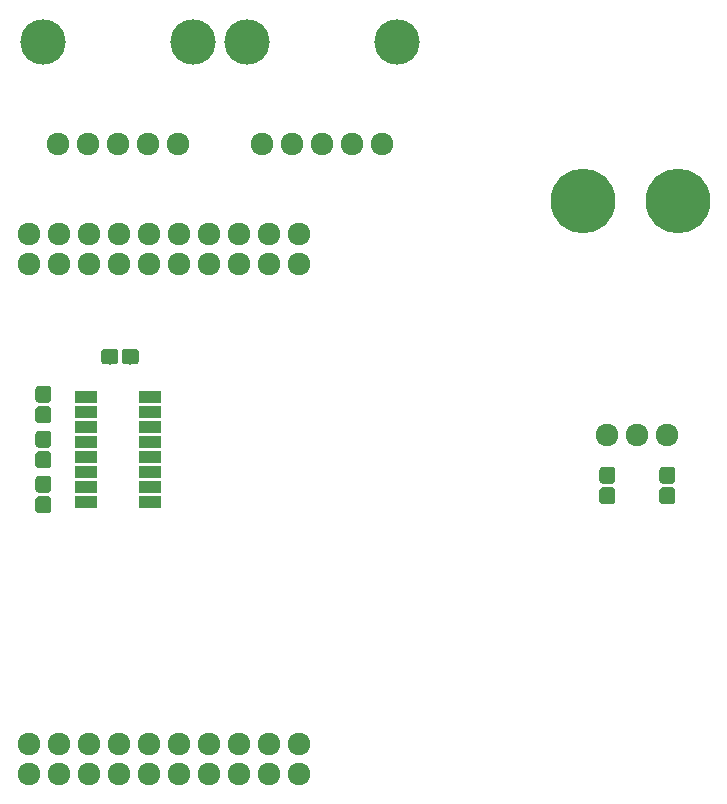
<source format=gbr>
G04 #@! TF.GenerationSoftware,KiCad,Pcbnew,(5.0.0)*
G04 #@! TF.CreationDate,2018-10-03T21:50:45-05:00*
G04 #@! TF.ProjectId,DriveBoard_Hardware,4472697665426F6172645F4861726477,rev?*
G04 #@! TF.SameCoordinates,Original*
G04 #@! TF.FileFunction,Soldermask,Top*
G04 #@! TF.FilePolarity,Negative*
%FSLAX46Y46*%
G04 Gerber Fmt 4.6, Leading zero omitted, Abs format (unit mm)*
G04 Created by KiCad (PCBNEW (5.0.0)) date 10/03/18 21:50:45*
%MOMM*%
%LPD*%
G01*
G04 APERTURE LIST*
%ADD10C,0.100000*%
%ADD11C,1.350000*%
%ADD12C,5.480000*%
%ADD13C,1.924000*%
%ADD14C,3.850000*%
%ADD15C,1.920000*%
%ADD16R,1.900000X1.000000*%
G04 APERTURE END LIST*
D10*
G04 #@! TO.C,C3*
G36*
X134990581Y-111939625D02*
X135023343Y-111944485D01*
X135055471Y-111952533D01*
X135086656Y-111963691D01*
X135116596Y-111977852D01*
X135145005Y-111994879D01*
X135171608Y-112014609D01*
X135196149Y-112036851D01*
X135218391Y-112061392D01*
X135238121Y-112087995D01*
X135255148Y-112116404D01*
X135269309Y-112146344D01*
X135280467Y-112177529D01*
X135288515Y-112209657D01*
X135293375Y-112242419D01*
X135295000Y-112275500D01*
X135295000Y-113050500D01*
X135293375Y-113083581D01*
X135288515Y-113116343D01*
X135280467Y-113148471D01*
X135269309Y-113179656D01*
X135255148Y-113209596D01*
X135238121Y-113238005D01*
X135218391Y-113264608D01*
X135196149Y-113289149D01*
X135171608Y-113311391D01*
X135145005Y-113331121D01*
X135116596Y-113348148D01*
X135086656Y-113362309D01*
X135055471Y-113373467D01*
X135023343Y-113381515D01*
X134990581Y-113386375D01*
X134957500Y-113388000D01*
X134282500Y-113388000D01*
X134249419Y-113386375D01*
X134216657Y-113381515D01*
X134184529Y-113373467D01*
X134153344Y-113362309D01*
X134123404Y-113348148D01*
X134094995Y-113331121D01*
X134068392Y-113311391D01*
X134043851Y-113289149D01*
X134021609Y-113264608D01*
X134001879Y-113238005D01*
X133984852Y-113209596D01*
X133970691Y-113179656D01*
X133959533Y-113148471D01*
X133951485Y-113116343D01*
X133946625Y-113083581D01*
X133945000Y-113050500D01*
X133945000Y-112275500D01*
X133946625Y-112242419D01*
X133951485Y-112209657D01*
X133959533Y-112177529D01*
X133970691Y-112146344D01*
X133984852Y-112116404D01*
X134001879Y-112087995D01*
X134021609Y-112061392D01*
X134043851Y-112036851D01*
X134068392Y-112014609D01*
X134094995Y-111994879D01*
X134123404Y-111977852D01*
X134153344Y-111963691D01*
X134184529Y-111952533D01*
X134216657Y-111944485D01*
X134249419Y-111939625D01*
X134282500Y-111938000D01*
X134957500Y-111938000D01*
X134990581Y-111939625D01*
X134990581Y-111939625D01*
G37*
D11*
X134620000Y-112663000D03*
D10*
G36*
X134990581Y-113689625D02*
X135023343Y-113694485D01*
X135055471Y-113702533D01*
X135086656Y-113713691D01*
X135116596Y-113727852D01*
X135145005Y-113744879D01*
X135171608Y-113764609D01*
X135196149Y-113786851D01*
X135218391Y-113811392D01*
X135238121Y-113837995D01*
X135255148Y-113866404D01*
X135269309Y-113896344D01*
X135280467Y-113927529D01*
X135288515Y-113959657D01*
X135293375Y-113992419D01*
X135295000Y-114025500D01*
X135295000Y-114800500D01*
X135293375Y-114833581D01*
X135288515Y-114866343D01*
X135280467Y-114898471D01*
X135269309Y-114929656D01*
X135255148Y-114959596D01*
X135238121Y-114988005D01*
X135218391Y-115014608D01*
X135196149Y-115039149D01*
X135171608Y-115061391D01*
X135145005Y-115081121D01*
X135116596Y-115098148D01*
X135086656Y-115112309D01*
X135055471Y-115123467D01*
X135023343Y-115131515D01*
X134990581Y-115136375D01*
X134957500Y-115138000D01*
X134282500Y-115138000D01*
X134249419Y-115136375D01*
X134216657Y-115131515D01*
X134184529Y-115123467D01*
X134153344Y-115112309D01*
X134123404Y-115098148D01*
X134094995Y-115081121D01*
X134068392Y-115061391D01*
X134043851Y-115039149D01*
X134021609Y-115014608D01*
X134001879Y-114988005D01*
X133984852Y-114959596D01*
X133970691Y-114929656D01*
X133959533Y-114898471D01*
X133951485Y-114866343D01*
X133946625Y-114833581D01*
X133945000Y-114800500D01*
X133945000Y-114025500D01*
X133946625Y-113992419D01*
X133951485Y-113959657D01*
X133959533Y-113927529D01*
X133970691Y-113896344D01*
X133984852Y-113866404D01*
X134001879Y-113837995D01*
X134021609Y-113811392D01*
X134043851Y-113786851D01*
X134068392Y-113764609D01*
X134094995Y-113744879D01*
X134123404Y-113727852D01*
X134153344Y-113713691D01*
X134184529Y-113702533D01*
X134216657Y-113694485D01*
X134249419Y-113689625D01*
X134282500Y-113688000D01*
X134957500Y-113688000D01*
X134990581Y-113689625D01*
X134990581Y-113689625D01*
G37*
D11*
X134620000Y-114413000D03*
G04 #@! TD*
D10*
G04 #@! TO.C,C1*
G36*
X87824581Y-101942625D02*
X87857343Y-101947485D01*
X87889471Y-101955533D01*
X87920656Y-101966691D01*
X87950596Y-101980852D01*
X87979005Y-101997879D01*
X88005608Y-102017609D01*
X88030149Y-102039851D01*
X88052391Y-102064392D01*
X88072121Y-102090995D01*
X88089148Y-102119404D01*
X88103309Y-102149344D01*
X88114467Y-102180529D01*
X88122515Y-102212657D01*
X88127375Y-102245419D01*
X88129000Y-102278500D01*
X88129000Y-102953500D01*
X88127375Y-102986581D01*
X88122515Y-103019343D01*
X88114467Y-103051471D01*
X88103309Y-103082656D01*
X88089148Y-103112596D01*
X88072121Y-103141005D01*
X88052391Y-103167608D01*
X88030149Y-103192149D01*
X88005608Y-103214391D01*
X87979005Y-103234121D01*
X87950596Y-103251148D01*
X87920656Y-103265309D01*
X87889471Y-103276467D01*
X87857343Y-103284515D01*
X87824581Y-103289375D01*
X87791500Y-103291000D01*
X87016500Y-103291000D01*
X86983419Y-103289375D01*
X86950657Y-103284515D01*
X86918529Y-103276467D01*
X86887344Y-103265309D01*
X86857404Y-103251148D01*
X86828995Y-103234121D01*
X86802392Y-103214391D01*
X86777851Y-103192149D01*
X86755609Y-103167608D01*
X86735879Y-103141005D01*
X86718852Y-103112596D01*
X86704691Y-103082656D01*
X86693533Y-103051471D01*
X86685485Y-103019343D01*
X86680625Y-102986581D01*
X86679000Y-102953500D01*
X86679000Y-102278500D01*
X86680625Y-102245419D01*
X86685485Y-102212657D01*
X86693533Y-102180529D01*
X86704691Y-102149344D01*
X86718852Y-102119404D01*
X86735879Y-102090995D01*
X86755609Y-102064392D01*
X86777851Y-102039851D01*
X86802392Y-102017609D01*
X86828995Y-101997879D01*
X86857404Y-101980852D01*
X86887344Y-101966691D01*
X86918529Y-101955533D01*
X86950657Y-101947485D01*
X86983419Y-101942625D01*
X87016500Y-101941000D01*
X87791500Y-101941000D01*
X87824581Y-101942625D01*
X87824581Y-101942625D01*
G37*
D11*
X87404000Y-102616000D03*
D10*
G36*
X89574581Y-101942625D02*
X89607343Y-101947485D01*
X89639471Y-101955533D01*
X89670656Y-101966691D01*
X89700596Y-101980852D01*
X89729005Y-101997879D01*
X89755608Y-102017609D01*
X89780149Y-102039851D01*
X89802391Y-102064392D01*
X89822121Y-102090995D01*
X89839148Y-102119404D01*
X89853309Y-102149344D01*
X89864467Y-102180529D01*
X89872515Y-102212657D01*
X89877375Y-102245419D01*
X89879000Y-102278500D01*
X89879000Y-102953500D01*
X89877375Y-102986581D01*
X89872515Y-103019343D01*
X89864467Y-103051471D01*
X89853309Y-103082656D01*
X89839148Y-103112596D01*
X89822121Y-103141005D01*
X89802391Y-103167608D01*
X89780149Y-103192149D01*
X89755608Y-103214391D01*
X89729005Y-103234121D01*
X89700596Y-103251148D01*
X89670656Y-103265309D01*
X89639471Y-103276467D01*
X89607343Y-103284515D01*
X89574581Y-103289375D01*
X89541500Y-103291000D01*
X88766500Y-103291000D01*
X88733419Y-103289375D01*
X88700657Y-103284515D01*
X88668529Y-103276467D01*
X88637344Y-103265309D01*
X88607404Y-103251148D01*
X88578995Y-103234121D01*
X88552392Y-103214391D01*
X88527851Y-103192149D01*
X88505609Y-103167608D01*
X88485879Y-103141005D01*
X88468852Y-103112596D01*
X88454691Y-103082656D01*
X88443533Y-103051471D01*
X88435485Y-103019343D01*
X88430625Y-102986581D01*
X88429000Y-102953500D01*
X88429000Y-102278500D01*
X88430625Y-102245419D01*
X88435485Y-102212657D01*
X88443533Y-102180529D01*
X88454691Y-102149344D01*
X88468852Y-102119404D01*
X88485879Y-102090995D01*
X88505609Y-102064392D01*
X88527851Y-102039851D01*
X88552392Y-102017609D01*
X88578995Y-101997879D01*
X88607404Y-101980852D01*
X88637344Y-101966691D01*
X88668529Y-101955533D01*
X88700657Y-101947485D01*
X88733419Y-101942625D01*
X88766500Y-101941000D01*
X89541500Y-101941000D01*
X89574581Y-101942625D01*
X89574581Y-101942625D01*
G37*
D11*
X89154000Y-102616000D03*
G04 #@! TD*
D10*
G04 #@! TO.C,C2*
G36*
X82158581Y-114451625D02*
X82191343Y-114456485D01*
X82223471Y-114464533D01*
X82254656Y-114475691D01*
X82284596Y-114489852D01*
X82313005Y-114506879D01*
X82339608Y-114526609D01*
X82364149Y-114548851D01*
X82386391Y-114573392D01*
X82406121Y-114599995D01*
X82423148Y-114628404D01*
X82437309Y-114658344D01*
X82448467Y-114689529D01*
X82456515Y-114721657D01*
X82461375Y-114754419D01*
X82463000Y-114787500D01*
X82463000Y-115562500D01*
X82461375Y-115595581D01*
X82456515Y-115628343D01*
X82448467Y-115660471D01*
X82437309Y-115691656D01*
X82423148Y-115721596D01*
X82406121Y-115750005D01*
X82386391Y-115776608D01*
X82364149Y-115801149D01*
X82339608Y-115823391D01*
X82313005Y-115843121D01*
X82284596Y-115860148D01*
X82254656Y-115874309D01*
X82223471Y-115885467D01*
X82191343Y-115893515D01*
X82158581Y-115898375D01*
X82125500Y-115900000D01*
X81450500Y-115900000D01*
X81417419Y-115898375D01*
X81384657Y-115893515D01*
X81352529Y-115885467D01*
X81321344Y-115874309D01*
X81291404Y-115860148D01*
X81262995Y-115843121D01*
X81236392Y-115823391D01*
X81211851Y-115801149D01*
X81189609Y-115776608D01*
X81169879Y-115750005D01*
X81152852Y-115721596D01*
X81138691Y-115691656D01*
X81127533Y-115660471D01*
X81119485Y-115628343D01*
X81114625Y-115595581D01*
X81113000Y-115562500D01*
X81113000Y-114787500D01*
X81114625Y-114754419D01*
X81119485Y-114721657D01*
X81127533Y-114689529D01*
X81138691Y-114658344D01*
X81152852Y-114628404D01*
X81169879Y-114599995D01*
X81189609Y-114573392D01*
X81211851Y-114548851D01*
X81236392Y-114526609D01*
X81262995Y-114506879D01*
X81291404Y-114489852D01*
X81321344Y-114475691D01*
X81352529Y-114464533D01*
X81384657Y-114456485D01*
X81417419Y-114451625D01*
X81450500Y-114450000D01*
X82125500Y-114450000D01*
X82158581Y-114451625D01*
X82158581Y-114451625D01*
G37*
D11*
X81788000Y-115175000D03*
D10*
G36*
X82158581Y-112701625D02*
X82191343Y-112706485D01*
X82223471Y-112714533D01*
X82254656Y-112725691D01*
X82284596Y-112739852D01*
X82313005Y-112756879D01*
X82339608Y-112776609D01*
X82364149Y-112798851D01*
X82386391Y-112823392D01*
X82406121Y-112849995D01*
X82423148Y-112878404D01*
X82437309Y-112908344D01*
X82448467Y-112939529D01*
X82456515Y-112971657D01*
X82461375Y-113004419D01*
X82463000Y-113037500D01*
X82463000Y-113812500D01*
X82461375Y-113845581D01*
X82456515Y-113878343D01*
X82448467Y-113910471D01*
X82437309Y-113941656D01*
X82423148Y-113971596D01*
X82406121Y-114000005D01*
X82386391Y-114026608D01*
X82364149Y-114051149D01*
X82339608Y-114073391D01*
X82313005Y-114093121D01*
X82284596Y-114110148D01*
X82254656Y-114124309D01*
X82223471Y-114135467D01*
X82191343Y-114143515D01*
X82158581Y-114148375D01*
X82125500Y-114150000D01*
X81450500Y-114150000D01*
X81417419Y-114148375D01*
X81384657Y-114143515D01*
X81352529Y-114135467D01*
X81321344Y-114124309D01*
X81291404Y-114110148D01*
X81262995Y-114093121D01*
X81236392Y-114073391D01*
X81211851Y-114051149D01*
X81189609Y-114026608D01*
X81169879Y-114000005D01*
X81152852Y-113971596D01*
X81138691Y-113941656D01*
X81127533Y-113910471D01*
X81119485Y-113878343D01*
X81114625Y-113845581D01*
X81113000Y-113812500D01*
X81113000Y-113037500D01*
X81114625Y-113004419D01*
X81119485Y-112971657D01*
X81127533Y-112939529D01*
X81138691Y-112908344D01*
X81152852Y-112878404D01*
X81169879Y-112849995D01*
X81189609Y-112823392D01*
X81211851Y-112798851D01*
X81236392Y-112776609D01*
X81262995Y-112756879D01*
X81291404Y-112739852D01*
X81321344Y-112725691D01*
X81352529Y-112714533D01*
X81384657Y-112706485D01*
X81417419Y-112701625D01*
X81450500Y-112700000D01*
X82125500Y-112700000D01*
X82158581Y-112701625D01*
X82158581Y-112701625D01*
G37*
D11*
X81788000Y-113425000D03*
G04 #@! TD*
D10*
G04 #@! TO.C,C4*
G36*
X82158581Y-105081625D02*
X82191343Y-105086485D01*
X82223471Y-105094533D01*
X82254656Y-105105691D01*
X82284596Y-105119852D01*
X82313005Y-105136879D01*
X82339608Y-105156609D01*
X82364149Y-105178851D01*
X82386391Y-105203392D01*
X82406121Y-105229995D01*
X82423148Y-105258404D01*
X82437309Y-105288344D01*
X82448467Y-105319529D01*
X82456515Y-105351657D01*
X82461375Y-105384419D01*
X82463000Y-105417500D01*
X82463000Y-106192500D01*
X82461375Y-106225581D01*
X82456515Y-106258343D01*
X82448467Y-106290471D01*
X82437309Y-106321656D01*
X82423148Y-106351596D01*
X82406121Y-106380005D01*
X82386391Y-106406608D01*
X82364149Y-106431149D01*
X82339608Y-106453391D01*
X82313005Y-106473121D01*
X82284596Y-106490148D01*
X82254656Y-106504309D01*
X82223471Y-106515467D01*
X82191343Y-106523515D01*
X82158581Y-106528375D01*
X82125500Y-106530000D01*
X81450500Y-106530000D01*
X81417419Y-106528375D01*
X81384657Y-106523515D01*
X81352529Y-106515467D01*
X81321344Y-106504309D01*
X81291404Y-106490148D01*
X81262995Y-106473121D01*
X81236392Y-106453391D01*
X81211851Y-106431149D01*
X81189609Y-106406608D01*
X81169879Y-106380005D01*
X81152852Y-106351596D01*
X81138691Y-106321656D01*
X81127533Y-106290471D01*
X81119485Y-106258343D01*
X81114625Y-106225581D01*
X81113000Y-106192500D01*
X81113000Y-105417500D01*
X81114625Y-105384419D01*
X81119485Y-105351657D01*
X81127533Y-105319529D01*
X81138691Y-105288344D01*
X81152852Y-105258404D01*
X81169879Y-105229995D01*
X81189609Y-105203392D01*
X81211851Y-105178851D01*
X81236392Y-105156609D01*
X81262995Y-105136879D01*
X81291404Y-105119852D01*
X81321344Y-105105691D01*
X81352529Y-105094533D01*
X81384657Y-105086485D01*
X81417419Y-105081625D01*
X81450500Y-105080000D01*
X82125500Y-105080000D01*
X82158581Y-105081625D01*
X82158581Y-105081625D01*
G37*
D11*
X81788000Y-105805000D03*
D10*
G36*
X82158581Y-106831625D02*
X82191343Y-106836485D01*
X82223471Y-106844533D01*
X82254656Y-106855691D01*
X82284596Y-106869852D01*
X82313005Y-106886879D01*
X82339608Y-106906609D01*
X82364149Y-106928851D01*
X82386391Y-106953392D01*
X82406121Y-106979995D01*
X82423148Y-107008404D01*
X82437309Y-107038344D01*
X82448467Y-107069529D01*
X82456515Y-107101657D01*
X82461375Y-107134419D01*
X82463000Y-107167500D01*
X82463000Y-107942500D01*
X82461375Y-107975581D01*
X82456515Y-108008343D01*
X82448467Y-108040471D01*
X82437309Y-108071656D01*
X82423148Y-108101596D01*
X82406121Y-108130005D01*
X82386391Y-108156608D01*
X82364149Y-108181149D01*
X82339608Y-108203391D01*
X82313005Y-108223121D01*
X82284596Y-108240148D01*
X82254656Y-108254309D01*
X82223471Y-108265467D01*
X82191343Y-108273515D01*
X82158581Y-108278375D01*
X82125500Y-108280000D01*
X81450500Y-108280000D01*
X81417419Y-108278375D01*
X81384657Y-108273515D01*
X81352529Y-108265467D01*
X81321344Y-108254309D01*
X81291404Y-108240148D01*
X81262995Y-108223121D01*
X81236392Y-108203391D01*
X81211851Y-108181149D01*
X81189609Y-108156608D01*
X81169879Y-108130005D01*
X81152852Y-108101596D01*
X81138691Y-108071656D01*
X81127533Y-108040471D01*
X81119485Y-108008343D01*
X81114625Y-107975581D01*
X81113000Y-107942500D01*
X81113000Y-107167500D01*
X81114625Y-107134419D01*
X81119485Y-107101657D01*
X81127533Y-107069529D01*
X81138691Y-107038344D01*
X81152852Y-107008404D01*
X81169879Y-106979995D01*
X81189609Y-106953392D01*
X81211851Y-106928851D01*
X81236392Y-106906609D01*
X81262995Y-106886879D01*
X81291404Y-106869852D01*
X81321344Y-106855691D01*
X81352529Y-106844533D01*
X81384657Y-106836485D01*
X81417419Y-106831625D01*
X81450500Y-106830000D01*
X82125500Y-106830000D01*
X82158581Y-106831625D01*
X82158581Y-106831625D01*
G37*
D11*
X81788000Y-107555000D03*
G04 #@! TD*
D10*
G04 #@! TO.C,C5*
G36*
X82158581Y-110641625D02*
X82191343Y-110646485D01*
X82223471Y-110654533D01*
X82254656Y-110665691D01*
X82284596Y-110679852D01*
X82313005Y-110696879D01*
X82339608Y-110716609D01*
X82364149Y-110738851D01*
X82386391Y-110763392D01*
X82406121Y-110789995D01*
X82423148Y-110818404D01*
X82437309Y-110848344D01*
X82448467Y-110879529D01*
X82456515Y-110911657D01*
X82461375Y-110944419D01*
X82463000Y-110977500D01*
X82463000Y-111752500D01*
X82461375Y-111785581D01*
X82456515Y-111818343D01*
X82448467Y-111850471D01*
X82437309Y-111881656D01*
X82423148Y-111911596D01*
X82406121Y-111940005D01*
X82386391Y-111966608D01*
X82364149Y-111991149D01*
X82339608Y-112013391D01*
X82313005Y-112033121D01*
X82284596Y-112050148D01*
X82254656Y-112064309D01*
X82223471Y-112075467D01*
X82191343Y-112083515D01*
X82158581Y-112088375D01*
X82125500Y-112090000D01*
X81450500Y-112090000D01*
X81417419Y-112088375D01*
X81384657Y-112083515D01*
X81352529Y-112075467D01*
X81321344Y-112064309D01*
X81291404Y-112050148D01*
X81262995Y-112033121D01*
X81236392Y-112013391D01*
X81211851Y-111991149D01*
X81189609Y-111966608D01*
X81169879Y-111940005D01*
X81152852Y-111911596D01*
X81138691Y-111881656D01*
X81127533Y-111850471D01*
X81119485Y-111818343D01*
X81114625Y-111785581D01*
X81113000Y-111752500D01*
X81113000Y-110977500D01*
X81114625Y-110944419D01*
X81119485Y-110911657D01*
X81127533Y-110879529D01*
X81138691Y-110848344D01*
X81152852Y-110818404D01*
X81169879Y-110789995D01*
X81189609Y-110763392D01*
X81211851Y-110738851D01*
X81236392Y-110716609D01*
X81262995Y-110696879D01*
X81291404Y-110679852D01*
X81321344Y-110665691D01*
X81352529Y-110654533D01*
X81384657Y-110646485D01*
X81417419Y-110641625D01*
X81450500Y-110640000D01*
X82125500Y-110640000D01*
X82158581Y-110641625D01*
X82158581Y-110641625D01*
G37*
D11*
X81788000Y-111365000D03*
D10*
G36*
X82158581Y-108891625D02*
X82191343Y-108896485D01*
X82223471Y-108904533D01*
X82254656Y-108915691D01*
X82284596Y-108929852D01*
X82313005Y-108946879D01*
X82339608Y-108966609D01*
X82364149Y-108988851D01*
X82386391Y-109013392D01*
X82406121Y-109039995D01*
X82423148Y-109068404D01*
X82437309Y-109098344D01*
X82448467Y-109129529D01*
X82456515Y-109161657D01*
X82461375Y-109194419D01*
X82463000Y-109227500D01*
X82463000Y-110002500D01*
X82461375Y-110035581D01*
X82456515Y-110068343D01*
X82448467Y-110100471D01*
X82437309Y-110131656D01*
X82423148Y-110161596D01*
X82406121Y-110190005D01*
X82386391Y-110216608D01*
X82364149Y-110241149D01*
X82339608Y-110263391D01*
X82313005Y-110283121D01*
X82284596Y-110300148D01*
X82254656Y-110314309D01*
X82223471Y-110325467D01*
X82191343Y-110333515D01*
X82158581Y-110338375D01*
X82125500Y-110340000D01*
X81450500Y-110340000D01*
X81417419Y-110338375D01*
X81384657Y-110333515D01*
X81352529Y-110325467D01*
X81321344Y-110314309D01*
X81291404Y-110300148D01*
X81262995Y-110283121D01*
X81236392Y-110263391D01*
X81211851Y-110241149D01*
X81189609Y-110216608D01*
X81169879Y-110190005D01*
X81152852Y-110161596D01*
X81138691Y-110131656D01*
X81127533Y-110100471D01*
X81119485Y-110068343D01*
X81114625Y-110035581D01*
X81113000Y-110002500D01*
X81113000Y-109227500D01*
X81114625Y-109194419D01*
X81119485Y-109161657D01*
X81127533Y-109129529D01*
X81138691Y-109098344D01*
X81152852Y-109068404D01*
X81169879Y-109039995D01*
X81189609Y-109013392D01*
X81211851Y-108988851D01*
X81236392Y-108966609D01*
X81262995Y-108946879D01*
X81291404Y-108929852D01*
X81321344Y-108915691D01*
X81352529Y-108904533D01*
X81384657Y-108896485D01*
X81417419Y-108891625D01*
X81450500Y-108890000D01*
X82125500Y-108890000D01*
X82158581Y-108891625D01*
X82158581Y-108891625D01*
G37*
D11*
X81788000Y-109615000D03*
G04 #@! TD*
D10*
G04 #@! TO.C,C6*
G36*
X129910581Y-113689625D02*
X129943343Y-113694485D01*
X129975471Y-113702533D01*
X130006656Y-113713691D01*
X130036596Y-113727852D01*
X130065005Y-113744879D01*
X130091608Y-113764609D01*
X130116149Y-113786851D01*
X130138391Y-113811392D01*
X130158121Y-113837995D01*
X130175148Y-113866404D01*
X130189309Y-113896344D01*
X130200467Y-113927529D01*
X130208515Y-113959657D01*
X130213375Y-113992419D01*
X130215000Y-114025500D01*
X130215000Y-114800500D01*
X130213375Y-114833581D01*
X130208515Y-114866343D01*
X130200467Y-114898471D01*
X130189309Y-114929656D01*
X130175148Y-114959596D01*
X130158121Y-114988005D01*
X130138391Y-115014608D01*
X130116149Y-115039149D01*
X130091608Y-115061391D01*
X130065005Y-115081121D01*
X130036596Y-115098148D01*
X130006656Y-115112309D01*
X129975471Y-115123467D01*
X129943343Y-115131515D01*
X129910581Y-115136375D01*
X129877500Y-115138000D01*
X129202500Y-115138000D01*
X129169419Y-115136375D01*
X129136657Y-115131515D01*
X129104529Y-115123467D01*
X129073344Y-115112309D01*
X129043404Y-115098148D01*
X129014995Y-115081121D01*
X128988392Y-115061391D01*
X128963851Y-115039149D01*
X128941609Y-115014608D01*
X128921879Y-114988005D01*
X128904852Y-114959596D01*
X128890691Y-114929656D01*
X128879533Y-114898471D01*
X128871485Y-114866343D01*
X128866625Y-114833581D01*
X128865000Y-114800500D01*
X128865000Y-114025500D01*
X128866625Y-113992419D01*
X128871485Y-113959657D01*
X128879533Y-113927529D01*
X128890691Y-113896344D01*
X128904852Y-113866404D01*
X128921879Y-113837995D01*
X128941609Y-113811392D01*
X128963851Y-113786851D01*
X128988392Y-113764609D01*
X129014995Y-113744879D01*
X129043404Y-113727852D01*
X129073344Y-113713691D01*
X129104529Y-113702533D01*
X129136657Y-113694485D01*
X129169419Y-113689625D01*
X129202500Y-113688000D01*
X129877500Y-113688000D01*
X129910581Y-113689625D01*
X129910581Y-113689625D01*
G37*
D11*
X129540000Y-114413000D03*
D10*
G36*
X129910581Y-111939625D02*
X129943343Y-111944485D01*
X129975471Y-111952533D01*
X130006656Y-111963691D01*
X130036596Y-111977852D01*
X130065005Y-111994879D01*
X130091608Y-112014609D01*
X130116149Y-112036851D01*
X130138391Y-112061392D01*
X130158121Y-112087995D01*
X130175148Y-112116404D01*
X130189309Y-112146344D01*
X130200467Y-112177529D01*
X130208515Y-112209657D01*
X130213375Y-112242419D01*
X130215000Y-112275500D01*
X130215000Y-113050500D01*
X130213375Y-113083581D01*
X130208515Y-113116343D01*
X130200467Y-113148471D01*
X130189309Y-113179656D01*
X130175148Y-113209596D01*
X130158121Y-113238005D01*
X130138391Y-113264608D01*
X130116149Y-113289149D01*
X130091608Y-113311391D01*
X130065005Y-113331121D01*
X130036596Y-113348148D01*
X130006656Y-113362309D01*
X129975471Y-113373467D01*
X129943343Y-113381515D01*
X129910581Y-113386375D01*
X129877500Y-113388000D01*
X129202500Y-113388000D01*
X129169419Y-113386375D01*
X129136657Y-113381515D01*
X129104529Y-113373467D01*
X129073344Y-113362309D01*
X129043404Y-113348148D01*
X129014995Y-113331121D01*
X128988392Y-113311391D01*
X128963851Y-113289149D01*
X128941609Y-113264608D01*
X128921879Y-113238005D01*
X128904852Y-113209596D01*
X128890691Y-113179656D01*
X128879533Y-113148471D01*
X128871485Y-113116343D01*
X128866625Y-113083581D01*
X128865000Y-113050500D01*
X128865000Y-112275500D01*
X128866625Y-112242419D01*
X128871485Y-112209657D01*
X128879533Y-112177529D01*
X128890691Y-112146344D01*
X128904852Y-112116404D01*
X128921879Y-112087995D01*
X128941609Y-112061392D01*
X128963851Y-112036851D01*
X128988392Y-112014609D01*
X129014995Y-111994879D01*
X129043404Y-111977852D01*
X129073344Y-111963691D01*
X129104529Y-111952533D01*
X129136657Y-111944485D01*
X129169419Y-111939625D01*
X129202500Y-111938000D01*
X129877500Y-111938000D01*
X129910581Y-111939625D01*
X129910581Y-111939625D01*
G37*
D11*
X129540000Y-112663000D03*
G04 #@! TD*
D12*
G04 #@! TO.C,Conn1*
X135508000Y-89433400D03*
X127507000Y-89433400D03*
G04 #@! TD*
D13*
G04 #@! TO.C,Conn2*
X100330000Y-84582000D03*
X102870000Y-84582000D03*
X105410000Y-84582000D03*
X107950000Y-84582000D03*
X110490000Y-84582000D03*
D14*
X99060000Y-75946000D03*
X111760000Y-75946000D03*
G04 #@! TD*
G04 #@! TO.C,Conn3*
X94488000Y-75946000D03*
X81788000Y-75946000D03*
D13*
X93218000Y-84582000D03*
X90678000Y-84582000D03*
X88138000Y-84582000D03*
X85598000Y-84582000D03*
X83058000Y-84582000D03*
G04 #@! TD*
D15*
G04 #@! TO.C,U1*
X80543001Y-137921001D03*
X103403001Y-92201001D03*
X100863001Y-92201001D03*
X93243001Y-92201001D03*
X90703001Y-135381001D03*
X95783001Y-92201001D03*
X98323001Y-92201001D03*
X95783001Y-137921001D03*
X100863001Y-135381001D03*
X90703001Y-92201001D03*
X88163001Y-92201001D03*
X100863001Y-137921001D03*
X95783001Y-135381001D03*
X93243001Y-135381001D03*
X80543001Y-135381001D03*
X83083001Y-135381001D03*
X85623001Y-135381001D03*
X88163001Y-135381001D03*
X98323001Y-135381001D03*
X103403001Y-135381001D03*
X83083001Y-137921001D03*
X85623001Y-137921001D03*
X88163001Y-137921001D03*
X90703001Y-137921001D03*
X93243001Y-137921001D03*
X98323001Y-137921001D03*
X103403001Y-137921001D03*
X80543001Y-94741001D03*
X83083001Y-94741001D03*
X85623001Y-94741001D03*
X88163001Y-94741001D03*
X90703001Y-94741001D03*
X93243001Y-94741001D03*
X95783001Y-94741001D03*
X98323001Y-94741001D03*
X100863001Y-94741001D03*
X103403001Y-94741001D03*
X80543001Y-92201001D03*
X83083001Y-92201001D03*
X85623001Y-92201001D03*
G04 #@! TD*
D16*
G04 #@! TO.C,U2*
X85438000Y-106045000D03*
X85438000Y-107315000D03*
X85438000Y-108585000D03*
X85438000Y-109855000D03*
X85438000Y-111125000D03*
X85438000Y-112395000D03*
X85438000Y-113665000D03*
X85438000Y-114935000D03*
X90838000Y-114935000D03*
X90838000Y-113665000D03*
X90838000Y-112395000D03*
X90838000Y-111125000D03*
X90838000Y-109855000D03*
X90838000Y-108585000D03*
X90838000Y-107315000D03*
X90838000Y-106045000D03*
G04 #@! TD*
D13*
G04 #@! TO.C,U3*
X134620000Y-109220000D03*
X132080000Y-109220000D03*
X129540000Y-109220000D03*
G04 #@! TD*
M02*

</source>
